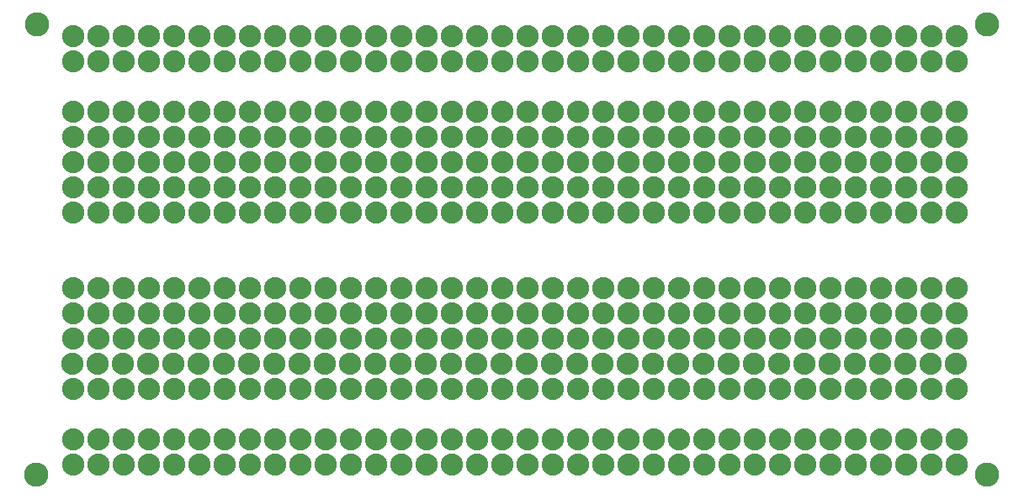
<source format=gts>
G04 MADE WITH FRITZING*
G04 WWW.FRITZING.ORG*
G04 DOUBLE SIDED*
G04 HOLES PLATED*
G04 CONTOUR ON CENTER OF CONTOUR VECTOR*
%ASAXBY*%
%FSLAX23Y23*%
%MOIN*%
%OFA0B0*%
%SFA1.0B1.0*%
%ADD10C,0.096614*%
%ADD11C,0.088000*%
%LNMASK1*%
G90*
G70*
G54D10*
X86Y96D03*
X3852Y95D03*
X87Y1883D03*
X3852Y1884D03*
G54D11*
X3731Y1735D03*
X3631Y1735D03*
X3531Y1735D03*
X3431Y1735D03*
X3331Y1735D03*
X3231Y1735D03*
X3131Y1735D03*
X3031Y1735D03*
X2931Y1735D03*
X2831Y1735D03*
X2731Y1735D03*
X2631Y1735D03*
X2531Y1735D03*
X2431Y1735D03*
X2331Y1735D03*
X2231Y1735D03*
X2131Y1735D03*
X2031Y1735D03*
X1931Y1735D03*
X1831Y1735D03*
X1731Y1735D03*
X1631Y1735D03*
X1531Y1735D03*
X1431Y1735D03*
X1331Y1735D03*
X1231Y1735D03*
X1131Y1735D03*
X1031Y1735D03*
X931Y1735D03*
X831Y1735D03*
X731Y1735D03*
X631Y1735D03*
X531Y1735D03*
X431Y1735D03*
X331Y1735D03*
X231Y1735D03*
X3730Y1835D03*
X3630Y1835D03*
X3530Y1835D03*
X3430Y1835D03*
X3330Y1835D03*
X3230Y1835D03*
X3130Y1835D03*
X3030Y1835D03*
X2930Y1835D03*
X2830Y1835D03*
X2730Y1835D03*
X2630Y1835D03*
X2530Y1835D03*
X2430Y1835D03*
X2330Y1835D03*
X2230Y1835D03*
X2130Y1835D03*
X2030Y1835D03*
X1930Y1835D03*
X1830Y1835D03*
X1730Y1835D03*
X1630Y1835D03*
X1530Y1835D03*
X1430Y1835D03*
X1330Y1835D03*
X1230Y1835D03*
X1130Y1835D03*
X1030Y1835D03*
X930Y1835D03*
X830Y1835D03*
X730Y1835D03*
X630Y1835D03*
X530Y1835D03*
X430Y1835D03*
X330Y1835D03*
X230Y1835D03*
X3730Y1435D03*
X3630Y1435D03*
X3530Y1435D03*
X3430Y1435D03*
X3330Y1435D03*
X3230Y1435D03*
X3130Y1435D03*
X3030Y1435D03*
X2930Y1435D03*
X2830Y1435D03*
X2730Y1435D03*
X2630Y1435D03*
X2530Y1435D03*
X2430Y1435D03*
X2330Y1435D03*
X2230Y1435D03*
X2130Y1435D03*
X2030Y1435D03*
X1930Y1435D03*
X1830Y1435D03*
X1730Y1435D03*
X1630Y1435D03*
X1530Y1435D03*
X1430Y1435D03*
X1330Y1435D03*
X1230Y1435D03*
X1130Y1435D03*
X1030Y1435D03*
X930Y1435D03*
X830Y1435D03*
X730Y1435D03*
X630Y1435D03*
X530Y1435D03*
X430Y1435D03*
X330Y1435D03*
X230Y1435D03*
X3730Y1235D03*
X3630Y1235D03*
X3530Y1235D03*
X3430Y1235D03*
X3330Y1235D03*
X3230Y1235D03*
X3130Y1235D03*
X3030Y1235D03*
X2930Y1235D03*
X2830Y1235D03*
X2730Y1235D03*
X2630Y1235D03*
X2530Y1235D03*
X2430Y1235D03*
X2330Y1235D03*
X2230Y1235D03*
X2130Y1235D03*
X2030Y1235D03*
X1930Y1235D03*
X1830Y1235D03*
X1730Y1235D03*
X1630Y1235D03*
X1530Y1235D03*
X1430Y1235D03*
X1330Y1235D03*
X1230Y1235D03*
X1130Y1235D03*
X1030Y1235D03*
X930Y1235D03*
X830Y1235D03*
X730Y1235D03*
X630Y1235D03*
X530Y1235D03*
X430Y1235D03*
X330Y1235D03*
X230Y1235D03*
X3730Y1535D03*
X3630Y1535D03*
X3530Y1535D03*
X3430Y1535D03*
X3330Y1535D03*
X3230Y1535D03*
X3130Y1535D03*
X3030Y1535D03*
X2930Y1535D03*
X2830Y1535D03*
X2730Y1535D03*
X2630Y1535D03*
X2530Y1535D03*
X2430Y1535D03*
X2330Y1535D03*
X2230Y1535D03*
X2130Y1535D03*
X2030Y1535D03*
X1930Y1535D03*
X1830Y1535D03*
X1730Y1535D03*
X1630Y1535D03*
X1530Y1535D03*
X1430Y1535D03*
X1330Y1535D03*
X1230Y1535D03*
X1130Y1535D03*
X1030Y1535D03*
X930Y1535D03*
X830Y1535D03*
X730Y1535D03*
X630Y1535D03*
X530Y1535D03*
X430Y1535D03*
X330Y1535D03*
X230Y1535D03*
X3731Y1335D03*
X3631Y1335D03*
X3531Y1335D03*
X3431Y1335D03*
X3331Y1335D03*
X3231Y1335D03*
X3131Y1335D03*
X3031Y1335D03*
X2931Y1335D03*
X2831Y1335D03*
X2731Y1335D03*
X2631Y1335D03*
X2531Y1335D03*
X2431Y1335D03*
X2331Y1335D03*
X2231Y1335D03*
X2131Y1335D03*
X2031Y1335D03*
X1931Y1335D03*
X1831Y1335D03*
X1731Y1335D03*
X1631Y1335D03*
X1531Y1335D03*
X1431Y1335D03*
X1331Y1335D03*
X1231Y1335D03*
X1131Y1335D03*
X1031Y1335D03*
X931Y1335D03*
X831Y1335D03*
X731Y1335D03*
X631Y1335D03*
X531Y1335D03*
X431Y1335D03*
X331Y1335D03*
X231Y1335D03*
X3730Y1135D03*
X3630Y1135D03*
X3530Y1135D03*
X3430Y1135D03*
X3330Y1135D03*
X3230Y1135D03*
X3130Y1135D03*
X3030Y1135D03*
X2930Y1135D03*
X2830Y1135D03*
X2730Y1135D03*
X2630Y1135D03*
X2530Y1135D03*
X2430Y1135D03*
X2330Y1135D03*
X2230Y1135D03*
X2130Y1135D03*
X2030Y1135D03*
X1930Y1135D03*
X1830Y1135D03*
X1730Y1135D03*
X1630Y1135D03*
X1530Y1135D03*
X1430Y1135D03*
X1330Y1135D03*
X1230Y1135D03*
X1130Y1135D03*
X1030Y1135D03*
X930Y1135D03*
X830Y1135D03*
X730Y1135D03*
X630Y1135D03*
X530Y1135D03*
X430Y1135D03*
X330Y1135D03*
X230Y1135D03*
X3731Y136D03*
X3631Y136D03*
X3531Y136D03*
X3431Y136D03*
X3331Y136D03*
X3231Y136D03*
X3131Y136D03*
X3031Y136D03*
X2931Y136D03*
X2831Y136D03*
X2731Y136D03*
X2631Y136D03*
X2531Y136D03*
X2431Y136D03*
X2331Y136D03*
X2231Y136D03*
X2131Y136D03*
X2031Y136D03*
X1931Y136D03*
X1831Y136D03*
X1731Y136D03*
X1631Y136D03*
X1531Y136D03*
X1431Y136D03*
X1331Y136D03*
X1231Y136D03*
X1131Y136D03*
X1031Y136D03*
X931Y136D03*
X831Y136D03*
X731Y136D03*
X631Y136D03*
X531Y136D03*
X431Y136D03*
X331Y136D03*
X231Y136D03*
X3730Y236D03*
X3630Y236D03*
X3530Y236D03*
X3430Y236D03*
X3330Y236D03*
X3230Y236D03*
X3130Y236D03*
X3030Y236D03*
X2930Y236D03*
X2830Y236D03*
X2730Y236D03*
X2630Y236D03*
X2530Y236D03*
X2430Y236D03*
X2330Y236D03*
X2230Y236D03*
X2130Y236D03*
X2030Y236D03*
X1930Y236D03*
X1830Y236D03*
X1730Y236D03*
X1630Y236D03*
X1530Y236D03*
X1430Y236D03*
X1330Y236D03*
X1230Y236D03*
X1130Y236D03*
X1030Y236D03*
X930Y236D03*
X830Y236D03*
X730Y236D03*
X630Y236D03*
X530Y236D03*
X430Y236D03*
X330Y236D03*
X230Y236D03*
X3730Y635D03*
X3630Y635D03*
X3530Y635D03*
X3430Y635D03*
X3330Y635D03*
X3230Y635D03*
X3130Y635D03*
X3030Y635D03*
X2930Y635D03*
X2830Y635D03*
X2730Y635D03*
X2630Y635D03*
X2530Y635D03*
X2430Y635D03*
X2330Y635D03*
X2230Y635D03*
X2130Y635D03*
X2030Y635D03*
X1930Y635D03*
X1830Y635D03*
X1730Y635D03*
X1630Y635D03*
X1530Y635D03*
X1430Y635D03*
X1330Y635D03*
X1230Y635D03*
X1130Y635D03*
X1030Y635D03*
X930Y635D03*
X830Y635D03*
X730Y635D03*
X630Y635D03*
X530Y635D03*
X430Y635D03*
X330Y635D03*
X230Y635D03*
X3730Y435D03*
X3630Y435D03*
X3530Y435D03*
X3430Y435D03*
X3330Y435D03*
X3230Y435D03*
X3130Y435D03*
X3030Y435D03*
X2930Y435D03*
X2830Y435D03*
X2730Y435D03*
X2630Y435D03*
X2530Y435D03*
X2430Y435D03*
X2330Y435D03*
X2230Y435D03*
X2130Y435D03*
X2030Y435D03*
X1930Y435D03*
X1830Y435D03*
X1730Y435D03*
X1630Y435D03*
X1530Y435D03*
X1430Y435D03*
X1330Y435D03*
X1230Y435D03*
X1130Y435D03*
X1030Y435D03*
X930Y435D03*
X830Y435D03*
X730Y435D03*
X630Y435D03*
X530Y435D03*
X430Y435D03*
X330Y435D03*
X230Y435D03*
X3730Y735D03*
X3630Y735D03*
X3530Y735D03*
X3430Y735D03*
X3330Y735D03*
X3230Y735D03*
X3130Y735D03*
X3030Y735D03*
X2930Y735D03*
X2830Y735D03*
X2730Y735D03*
X2630Y735D03*
X2530Y735D03*
X2430Y735D03*
X2330Y735D03*
X2230Y735D03*
X2130Y735D03*
X2030Y735D03*
X1930Y735D03*
X1830Y735D03*
X1730Y735D03*
X1630Y735D03*
X1530Y735D03*
X1430Y735D03*
X1330Y735D03*
X1230Y735D03*
X1130Y735D03*
X1030Y735D03*
X930Y735D03*
X830Y735D03*
X730Y735D03*
X630Y735D03*
X530Y735D03*
X430Y735D03*
X330Y735D03*
X230Y735D03*
X3730Y835D03*
X3630Y835D03*
X3530Y835D03*
X3430Y835D03*
X3330Y835D03*
X3230Y835D03*
X3130Y835D03*
X3030Y835D03*
X2930Y835D03*
X2830Y835D03*
X2730Y835D03*
X2630Y835D03*
X2530Y835D03*
X2430Y835D03*
X2330Y835D03*
X2230Y835D03*
X2130Y835D03*
X2030Y835D03*
X1930Y835D03*
X1830Y835D03*
X1730Y835D03*
X1630Y835D03*
X1530Y835D03*
X1430Y835D03*
X1330Y835D03*
X1230Y835D03*
X1130Y835D03*
X1030Y835D03*
X930Y835D03*
X830Y835D03*
X730Y835D03*
X630Y835D03*
X530Y835D03*
X430Y835D03*
X330Y835D03*
X230Y835D03*
X3729Y535D03*
X3629Y535D03*
X3529Y535D03*
X3429Y535D03*
X3329Y535D03*
X3229Y535D03*
X3129Y535D03*
X3029Y535D03*
X2929Y535D03*
X2829Y535D03*
X2729Y535D03*
X2629Y535D03*
X2529Y535D03*
X2429Y535D03*
X2329Y535D03*
X2229Y535D03*
X2129Y535D03*
X2029Y535D03*
X1929Y535D03*
X1829Y535D03*
X1729Y535D03*
X1629Y535D03*
X1529Y535D03*
X1429Y535D03*
X1329Y535D03*
X1229Y535D03*
X1129Y535D03*
X1029Y535D03*
X929Y535D03*
X829Y535D03*
X729Y535D03*
X629Y535D03*
X529Y535D03*
X429Y535D03*
X329Y535D03*
X229Y535D03*
G04 End of Mask1*
M02*
</source>
